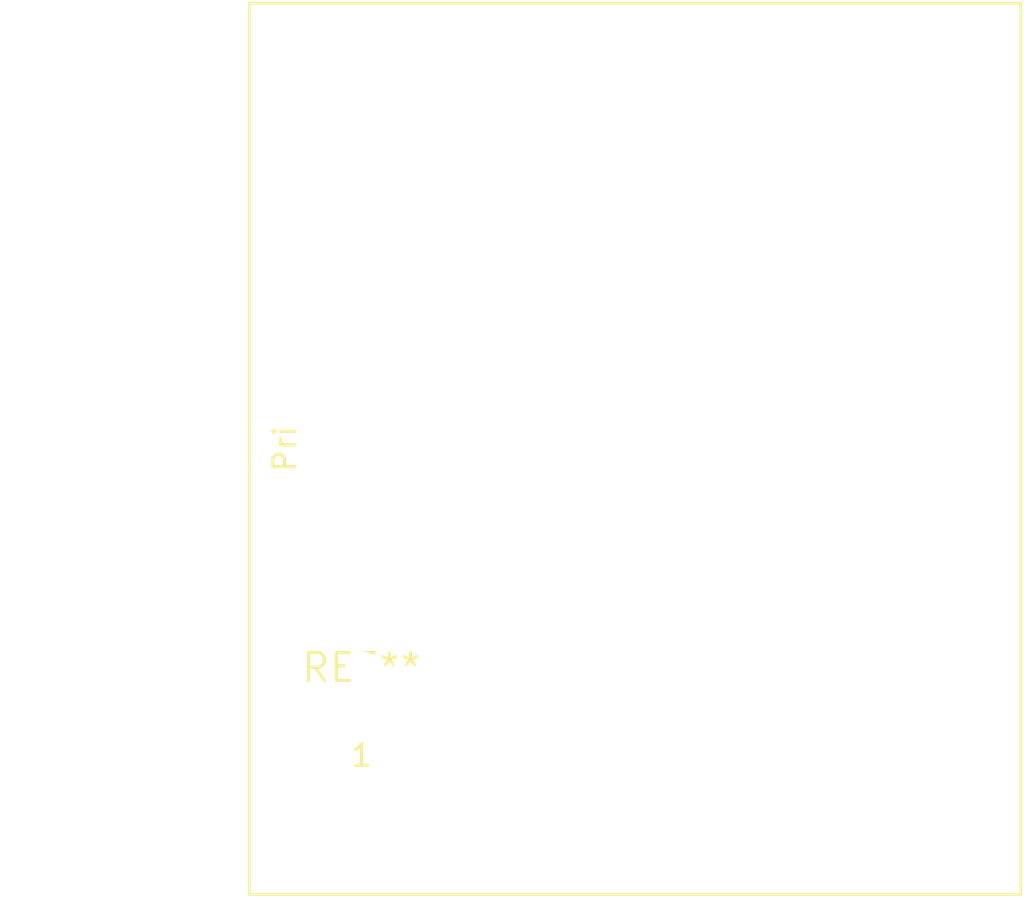
<source format=kicad_pcb>
(kicad_pcb (version 20240108) (generator pcbnew)
  (layers (0 "F.Cu" signal) (31 "B.Cu" signal) (34 "B.Paste" user) (35 "F.Paste" user) (36 "B.SilkS" user "B.Silkscreen") (37 "F.SilkS" user "F.Silkscreen") (38 "B.Mask" user) (39 "F.Mask" user) (44 "Edge.Cuts" user))
  (net 0 "")
  (footprint "Transformer_CHK_EI38-3VA_2xSec" (layer "F.Cu") (at 0 0)
    (property "Reference" "REF**")
    (property "Value" "Transformer_CHK_EI38-3VA_2xSec")
    (fp_line (start -5.12 -30.37) (end -5.12 10.37) (layer "F.SilkS") (stroke (width 0.12)))
    (fp_line (start -5.12 -30.37) (end 30.12 -30.37) (layer "F.SilkS") (stroke (width 0.12)))
    (fp_line (start 30.12 10.37) (end -5.12 10.37) (layer "F.SilkS") (stroke (width 0.12)))
    (fp_line (start 30.12 10.37) (end 30.12 -30.37) (layer "F.SilkS") (stroke (width 0.12)))
    (fp_text user "1" (at 0 4 0) (layer "F.SilkS"))
    (fp_text user "Pri" (at -3.5 -10 90) (layer "F.SilkS"))
    (pad "1" thru_hole circle (at 0 0) (size 3 3) (drill 1.5) (layers *.Cu *.Mask) (remove_unused_layers))
    (pad "2" thru_hole circle (at 0 -5) (size 3 3) (drill 1.5) (layers *.Cu *.Mask) (remove_unused_layers))
    (pad "3" thru_hole circle (at 0 -10) (size 3 3) (drill 1.5) (layers *.Cu *.Mask) (remove_unused_layers))
    (pad "4" thru_hole circle (at 0 -15) (size 3 3) (drill 1.5) (layers *.Cu *.Mask) (remove_unused_layers))
    (pad "5" thru_hole circle (at 0 -20) (size 3 3) (drill 1.5) (layers *.Cu *.Mask) (remove_unused_layers))
    (pad "6" thru_hole circle (at 25 -20) (size 3 3) (drill 1.5) (layers *.Cu *.Mask) (remove_unused_layers))
    (pad "7" thru_hole circle (at 25 -15) (size 3 3) (drill 1.5) (layers *.Cu *.Mask) (remove_unused_layers))
    (pad "8" thru_hole circle (at 25 -10) (size 3 3) (drill 1.5) (layers *.Cu *.Mask) (remove_unused_layers))
    (pad "9" thru_hole circle (at 25 -5) (size 3 3) (drill 1.5) (layers *.Cu *.Mask) (remove_unused_layers))
    (pad "10" thru_hole circle (at 25 0) (size 3 3) (drill 1.5) (layers *.Cu *.Mask) (remove_unused_layers))
  )
)
</source>
